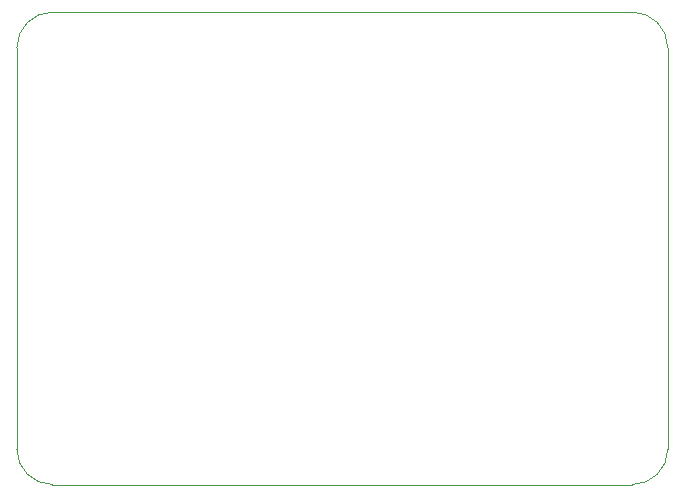
<source format=gm1>
G04 #@! TF.GenerationSoftware,KiCad,Pcbnew,5.1.9+dfsg1-1~bpo10+1*
G04 #@! TF.CreationDate,2021-11-14T15:52:16+01:00*
G04 #@! TF.ProjectId,ulx4m,756c7834-6d2e-46b6-9963-61645f706362,v0.0.2*
G04 #@! TF.SameCoordinates,Original*
G04 #@! TF.FileFunction,Profile,NP*
%FSLAX46Y46*%
G04 Gerber Fmt 4.6, Leading zero omitted, Abs format (unit mm)*
G04 Created by KiCad (PCBNEW 5.1.9+dfsg1-1~bpo10+1) date 2021-11-14 15:52:16*
%MOMM*%
%LPD*%
G01*
G04 APERTURE LIST*
G04 #@! TA.AperFunction,Profile*
%ADD10C,0.100000*%
G04 #@! TD*
G04 APERTURE END LIST*
D10*
X149209999Y-109144994D02*
G75*
G02*
X146209999Y-112144998I-3000002J-2D01*
G01*
X146209986Y-72144998D02*
G75*
G02*
X149210000Y-75144998I7J-3000007D01*
G01*
X97099999Y-112144998D02*
G75*
G02*
X94100000Y-109144999I0J2999999D01*
G01*
X94100000Y-75145000D02*
G75*
G02*
X97100000Y-72144992I3000004J4D01*
G01*
X149209999Y-109144994D02*
X149210000Y-75144998D01*
X94100000Y-109144999D02*
X94100000Y-75145000D01*
X97099999Y-112145000D02*
X146209999Y-112145000D01*
X97100000Y-72145000D02*
X146209986Y-72145000D01*
M02*

</source>
